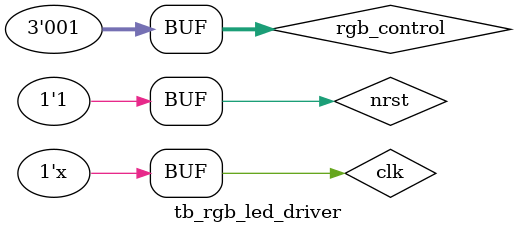
<source format=v>
`timescale 1ns / 1ps


module tb_rgb_led_driver();
    reg clk, nrst;
    reg [2:0] rgb_control;
    wire [2:0] rgb_led;
    
    rgb_led_driver UUT (.clk(clk),
        .nrst(nrst),
        .rgb_control(rgb_control),
        .rgb_led(rgb_led)
    );
    
    always #5 clk = ~clk;
    
    initial begin
        clk = 0;
        nrst = 0;
        rgb_control = 3'b000;
        #13 nrst = 1;
        #1000
        rgb_control = 3'b100;
        #1000000
        rgb_control = 3'b010;
        #1000000
        rgb_control = 3'b001;
    end

endmodule

</source>
